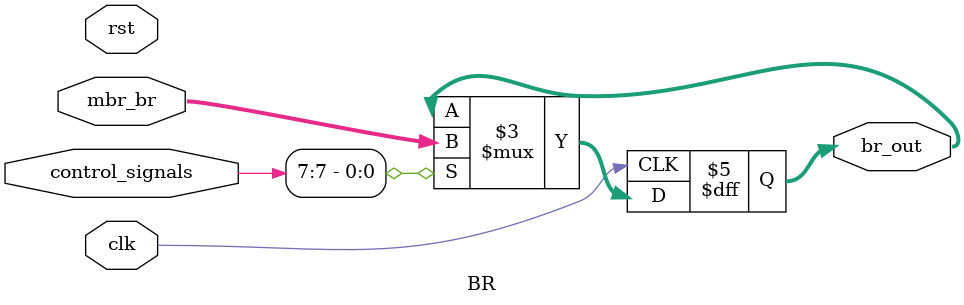
<source format=v>
`timescale 1ns / 1ps

module BR(
    input clk,
    input rst,
    input [31:0]control_signals,//C6,               // MBR to BR
    input [15:0] mbr_br,    // data from MBR
    output reg [15:0] br_out = 0
    );

    always @(posedge clk )
    begin
//        if (~rst)
//            br_out <= 0;
        if (control_signals[7])
            br_out <= mbr_br;
    end

endmodule

</source>
